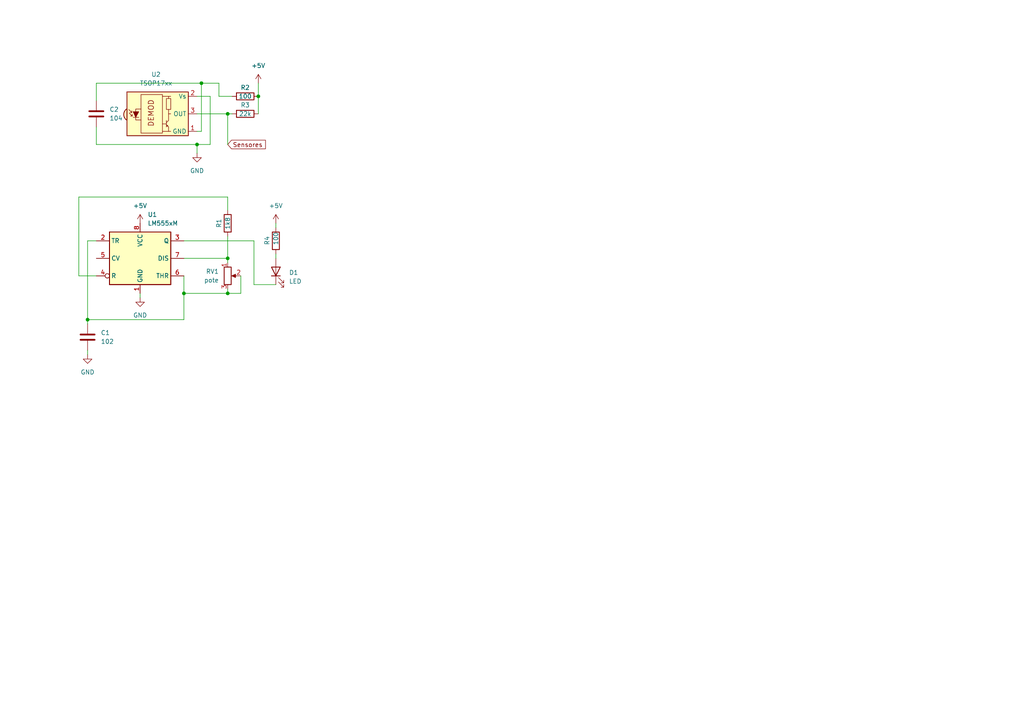
<source format=kicad_sch>
(kicad_sch (version 20230121) (generator eeschema)

  (uuid ad638324-bd5b-4798-95cc-15159297f34d)

  (paper "A4")

  (lib_symbols
    (symbol "Device:C" (pin_numbers hide) (pin_names (offset 0.254)) (in_bom yes) (on_board yes)
      (property "Reference" "C" (at 0.635 2.54 0)
        (effects (font (size 1.27 1.27)) (justify left))
      )
      (property "Value" "C" (at 0.635 -2.54 0)
        (effects (font (size 1.27 1.27)) (justify left))
      )
      (property "Footprint" "" (at 0.9652 -3.81 0)
        (effects (font (size 1.27 1.27)) hide)
      )
      (property "Datasheet" "~" (at 0 0 0)
        (effects (font (size 1.27 1.27)) hide)
      )
      (property "ki_keywords" "cap capacitor" (at 0 0 0)
        (effects (font (size 1.27 1.27)) hide)
      )
      (property "ki_description" "Unpolarized capacitor" (at 0 0 0)
        (effects (font (size 1.27 1.27)) hide)
      )
      (property "ki_fp_filters" "C_*" (at 0 0 0)
        (effects (font (size 1.27 1.27)) hide)
      )
      (symbol "C_0_1"
        (polyline
          (pts
            (xy -2.032 -0.762)
            (xy 2.032 -0.762)
          )
          (stroke (width 0.508) (type default))
          (fill (type none))
        )
        (polyline
          (pts
            (xy -2.032 0.762)
            (xy 2.032 0.762)
          )
          (stroke (width 0.508) (type default))
          (fill (type none))
        )
      )
      (symbol "C_1_1"
        (pin passive line (at 0 3.81 270) (length 2.794)
          (name "~" (effects (font (size 1.27 1.27))))
          (number "1" (effects (font (size 1.27 1.27))))
        )
        (pin passive line (at 0 -3.81 90) (length 2.794)
          (name "~" (effects (font (size 1.27 1.27))))
          (number "2" (effects (font (size 1.27 1.27))))
        )
      )
    )
    (symbol "Device:LED" (pin_numbers hide) (pin_names (offset 1.016) hide) (in_bom yes) (on_board yes)
      (property "Reference" "D" (at 0 2.54 0)
        (effects (font (size 1.27 1.27)))
      )
      (property "Value" "LED" (at 0 -2.54 0)
        (effects (font (size 1.27 1.27)))
      )
      (property "Footprint" "" (at 0 0 0)
        (effects (font (size 1.27 1.27)) hide)
      )
      (property "Datasheet" "~" (at 0 0 0)
        (effects (font (size 1.27 1.27)) hide)
      )
      (property "ki_keywords" "LED diode" (at 0 0 0)
        (effects (font (size 1.27 1.27)) hide)
      )
      (property "ki_description" "Light emitting diode" (at 0 0 0)
        (effects (font (size 1.27 1.27)) hide)
      )
      (property "ki_fp_filters" "LED* LED_SMD:* LED_THT:*" (at 0 0 0)
        (effects (font (size 1.27 1.27)) hide)
      )
      (symbol "LED_0_1"
        (polyline
          (pts
            (xy -1.27 -1.27)
            (xy -1.27 1.27)
          )
          (stroke (width 0.254) (type default))
          (fill (type none))
        )
        (polyline
          (pts
            (xy -1.27 0)
            (xy 1.27 0)
          )
          (stroke (width 0) (type default))
          (fill (type none))
        )
        (polyline
          (pts
            (xy 1.27 -1.27)
            (xy 1.27 1.27)
            (xy -1.27 0)
            (xy 1.27 -1.27)
          )
          (stroke (width 0.254) (type default))
          (fill (type none))
        )
        (polyline
          (pts
            (xy -3.048 -0.762)
            (xy -4.572 -2.286)
            (xy -3.81 -2.286)
            (xy -4.572 -2.286)
            (xy -4.572 -1.524)
          )
          (stroke (width 0) (type default))
          (fill (type none))
        )
        (polyline
          (pts
            (xy -1.778 -0.762)
            (xy -3.302 -2.286)
            (xy -2.54 -2.286)
            (xy -3.302 -2.286)
            (xy -3.302 -1.524)
          )
          (stroke (width 0) (type default))
          (fill (type none))
        )
      )
      (symbol "LED_1_1"
        (pin passive line (at -3.81 0 0) (length 2.54)
          (name "K" (effects (font (size 1.27 1.27))))
          (number "1" (effects (font (size 1.27 1.27))))
        )
        (pin passive line (at 3.81 0 180) (length 2.54)
          (name "A" (effects (font (size 1.27 1.27))))
          (number "2" (effects (font (size 1.27 1.27))))
        )
      )
    )
    (symbol "Device:R" (pin_numbers hide) (pin_names (offset 0)) (in_bom yes) (on_board yes)
      (property "Reference" "R" (at 2.032 0 90)
        (effects (font (size 1.27 1.27)))
      )
      (property "Value" "R" (at 0 0 90)
        (effects (font (size 1.27 1.27)))
      )
      (property "Footprint" "" (at -1.778 0 90)
        (effects (font (size 1.27 1.27)) hide)
      )
      (property "Datasheet" "~" (at 0 0 0)
        (effects (font (size 1.27 1.27)) hide)
      )
      (property "ki_keywords" "R res resistor" (at 0 0 0)
        (effects (font (size 1.27 1.27)) hide)
      )
      (property "ki_description" "Resistor" (at 0 0 0)
        (effects (font (size 1.27 1.27)) hide)
      )
      (property "ki_fp_filters" "R_*" (at 0 0 0)
        (effects (font (size 1.27 1.27)) hide)
      )
      (symbol "R_0_1"
        (rectangle (start -1.016 -2.54) (end 1.016 2.54)
          (stroke (width 0.254) (type default))
          (fill (type none))
        )
      )
      (symbol "R_1_1"
        (pin passive line (at 0 3.81 270) (length 1.27)
          (name "~" (effects (font (size 1.27 1.27))))
          (number "1" (effects (font (size 1.27 1.27))))
        )
        (pin passive line (at 0 -3.81 90) (length 1.27)
          (name "~" (effects (font (size 1.27 1.27))))
          (number "2" (effects (font (size 1.27 1.27))))
        )
      )
    )
    (symbol "Device:R_Potentiometer" (pin_names (offset 1.016) hide) (in_bom yes) (on_board yes)
      (property "Reference" "RV" (at -4.445 0 90)
        (effects (font (size 1.27 1.27)))
      )
      (property "Value" "R_Potentiometer" (at -2.54 0 90)
        (effects (font (size 1.27 1.27)))
      )
      (property "Footprint" "" (at 0 0 0)
        (effects (font (size 1.27 1.27)) hide)
      )
      (property "Datasheet" "~" (at 0 0 0)
        (effects (font (size 1.27 1.27)) hide)
      )
      (property "ki_keywords" "resistor variable" (at 0 0 0)
        (effects (font (size 1.27 1.27)) hide)
      )
      (property "ki_description" "Potentiometer" (at 0 0 0)
        (effects (font (size 1.27 1.27)) hide)
      )
      (property "ki_fp_filters" "Potentiometer*" (at 0 0 0)
        (effects (font (size 1.27 1.27)) hide)
      )
      (symbol "R_Potentiometer_0_1"
        (polyline
          (pts
            (xy 2.54 0)
            (xy 1.524 0)
          )
          (stroke (width 0) (type default))
          (fill (type none))
        )
        (polyline
          (pts
            (xy 1.143 0)
            (xy 2.286 0.508)
            (xy 2.286 -0.508)
            (xy 1.143 0)
          )
          (stroke (width 0) (type default))
          (fill (type outline))
        )
        (rectangle (start 1.016 2.54) (end -1.016 -2.54)
          (stroke (width 0.254) (type default))
          (fill (type none))
        )
      )
      (symbol "R_Potentiometer_1_1"
        (pin passive line (at 0 3.81 270) (length 1.27)
          (name "1" (effects (font (size 1.27 1.27))))
          (number "1" (effects (font (size 1.27 1.27))))
        )
        (pin passive line (at 3.81 0 180) (length 1.27)
          (name "2" (effects (font (size 1.27 1.27))))
          (number "2" (effects (font (size 1.27 1.27))))
        )
        (pin passive line (at 0 -3.81 90) (length 1.27)
          (name "3" (effects (font (size 1.27 1.27))))
          (number "3" (effects (font (size 1.27 1.27))))
        )
      )
    )
    (symbol "Interface_Optical:TSOP17xx" (in_bom yes) (on_board yes)
      (property "Reference" "U" (at -10.16 7.62 0)
        (effects (font (size 1.27 1.27)) (justify left))
      )
      (property "Value" "TSOP17xx" (at -10.16 -7.62 0)
        (effects (font (size 1.27 1.27)) (justify left))
      )
      (property "Footprint" "OptoDevice:Vishay_CAST-3Pin" (at -1.27 -9.525 0)
        (effects (font (size 1.27 1.27)) hide)
      )
      (property "Datasheet" "http://www.micropik.com/PDF/tsop17xx.pdf" (at 16.51 7.62 0)
        (effects (font (size 1.27 1.27)) hide)
      )
      (property "ki_keywords" "opto IR receiver" (at 0 0 0)
        (effects (font (size 1.27 1.27)) hide)
      )
      (property "ki_description" "Photo Modules for PCM Remote Control Systems" (at 0 0 0)
        (effects (font (size 1.27 1.27)) hide)
      )
      (property "ki_fp_filters" "Vishay*CAST*" (at 0 0 0)
        (effects (font (size 1.27 1.27)) hide)
      )
      (symbol "TSOP17xx_0_0"
        (arc (start -10.287 1.397) (mid -11.0899 -0.1852) (end -10.287 -1.778)
          (stroke (width 0.254) (type default))
          (fill (type background))
        )
        (polyline
          (pts
            (xy 1.905 -5.08)
            (xy 0.127 -5.08)
          )
          (stroke (width 0) (type default))
          (fill (type none))
        )
        (polyline
          (pts
            (xy 1.905 5.08)
            (xy 0.127 5.08)
          )
          (stroke (width 0) (type default))
          (fill (type none))
        )
        (text "DEMOD" (at -3.175 0.254 900)
          (effects (font (size 1.524 1.524)))
        )
      )
      (symbol "TSOP17xx_0_1"
        (rectangle (start -6.096 5.588) (end 0.127 -5.588)
          (stroke (width 0) (type default))
          (fill (type none))
        )
        (polyline
          (pts
            (xy -8.763 0.381)
            (xy -9.652 1.27)
          )
          (stroke (width 0) (type default))
          (fill (type none))
        )
        (polyline
          (pts
            (xy -8.763 0.381)
            (xy -9.271 0.381)
          )
          (stroke (width 0) (type default))
          (fill (type none))
        )
        (polyline
          (pts
            (xy -8.763 0.381)
            (xy -8.763 0.889)
          )
          (stroke (width 0) (type default))
          (fill (type none))
        )
        (polyline
          (pts
            (xy -8.636 -0.635)
            (xy -9.525 0.254)
          )
          (stroke (width 0) (type default))
          (fill (type none))
        )
        (polyline
          (pts
            (xy -8.636 -0.635)
            (xy -9.144 -0.635)
          )
          (stroke (width 0) (type default))
          (fill (type none))
        )
        (polyline
          (pts
            (xy -8.636 -0.635)
            (xy -8.636 -0.127)
          )
          (stroke (width 0) (type default))
          (fill (type none))
        )
        (polyline
          (pts
            (xy -8.382 -1.016)
            (xy -6.731 -1.016)
          )
          (stroke (width 0) (type default))
          (fill (type none))
        )
        (polyline
          (pts
            (xy 1.27 -2.921)
            (xy 0.127 -2.921)
          )
          (stroke (width 0) (type default))
          (fill (type none))
        )
        (polyline
          (pts
            (xy 1.27 -1.905)
            (xy 1.27 -3.81)
          )
          (stroke (width 0) (type default))
          (fill (type none))
        )
        (polyline
          (pts
            (xy 1.397 -3.556)
            (xy 1.524 -3.556)
          )
          (stroke (width 0) (type default))
          (fill (type none))
        )
        (polyline
          (pts
            (xy 1.651 -3.556)
            (xy 1.524 -3.556)
          )
          (stroke (width 0) (type default))
          (fill (type none))
        )
        (polyline
          (pts
            (xy 1.651 -3.556)
            (xy 1.651 -3.302)
          )
          (stroke (width 0) (type default))
          (fill (type none))
        )
        (polyline
          (pts
            (xy 1.905 0)
            (xy 1.905 1.27)
          )
          (stroke (width 0) (type default))
          (fill (type none))
        )
        (polyline
          (pts
            (xy 1.905 4.445)
            (xy 1.905 5.08)
            (xy 2.54 5.08)
          )
          (stroke (width 0) (type default))
          (fill (type none))
        )
        (polyline
          (pts
            (xy -8.382 0.635)
            (xy -6.731 0.635)
            (xy -7.62 -1.016)
            (xy -8.382 0.635)
          )
          (stroke (width 0) (type default))
          (fill (type outline))
        )
        (polyline
          (pts
            (xy -6.096 1.397)
            (xy -7.62 1.397)
            (xy -7.62 -1.778)
            (xy -6.096 -1.778)
          )
          (stroke (width 0) (type default))
          (fill (type none))
        )
        (polyline
          (pts
            (xy 1.27 -3.175)
            (xy 1.905 -3.81)
            (xy 1.905 -5.08)
            (xy 2.54 -5.08)
          )
          (stroke (width 0) (type default))
          (fill (type none))
        )
        (polyline
          (pts
            (xy 1.27 -2.54)
            (xy 1.905 -1.905)
            (xy 1.905 0)
            (xy 2.54 0)
          )
          (stroke (width 0) (type default))
          (fill (type none))
        )
        (rectangle (start 2.54 1.27) (end 1.27 4.445)
          (stroke (width 0) (type default))
          (fill (type none))
        )
        (rectangle (start 7.62 6.35) (end -10.16 -6.35)
          (stroke (width 0.254) (type default))
          (fill (type background))
        )
      )
      (symbol "TSOP17xx_1_1"
        (pin power_in line (at 10.16 -5.08 180) (length 2.54)
          (name "GND" (effects (font (size 1.27 1.27))))
          (number "1" (effects (font (size 1.27 1.27))))
        )
        (pin power_in line (at 10.16 5.08 180) (length 2.54)
          (name "Vs" (effects (font (size 1.27 1.27))))
          (number "2" (effects (font (size 1.27 1.27))))
        )
        (pin output line (at 10.16 0 180) (length 2.54)
          (name "OUT" (effects (font (size 1.27 1.27))))
          (number "3" (effects (font (size 1.27 1.27))))
        )
      )
    )
    (symbol "Timer:LM555xM" (in_bom yes) (on_board yes)
      (property "Reference" "U" (at -10.16 8.89 0)
        (effects (font (size 1.27 1.27)) (justify left))
      )
      (property "Value" "LM555xM" (at 2.54 8.89 0)
        (effects (font (size 1.27 1.27)) (justify left))
      )
      (property "Footprint" "Package_SO:SOIC-8_3.9x4.9mm_P1.27mm" (at 21.59 -10.16 0)
        (effects (font (size 1.27 1.27)) hide)
      )
      (property "Datasheet" "http://www.ti.com/lit/ds/symlink/lm555.pdf" (at 21.59 -10.16 0)
        (effects (font (size 1.27 1.27)) hide)
      )
      (property "ki_keywords" "single timer 555" (at 0 0 0)
        (effects (font (size 1.27 1.27)) hide)
      )
      (property "ki_description" "Timer, 555 compatible, SOIC-8" (at 0 0 0)
        (effects (font (size 1.27 1.27)) hide)
      )
      (property "ki_fp_filters" "SOIC*3.9x4.9mm*P1.27mm*" (at 0 0 0)
        (effects (font (size 1.27 1.27)) hide)
      )
      (symbol "LM555xM_0_0"
        (pin power_in line (at 0 -10.16 90) (length 2.54)
          (name "GND" (effects (font (size 1.27 1.27))))
          (number "1" (effects (font (size 1.27 1.27))))
        )
        (pin power_in line (at 0 10.16 270) (length 2.54)
          (name "VCC" (effects (font (size 1.27 1.27))))
          (number "8" (effects (font (size 1.27 1.27))))
        )
      )
      (symbol "LM555xM_0_1"
        (rectangle (start -8.89 -7.62) (end 8.89 7.62)
          (stroke (width 0.254) (type default))
          (fill (type background))
        )
        (rectangle (start -8.89 -7.62) (end 8.89 7.62)
          (stroke (width 0.254) (type default))
          (fill (type background))
        )
      )
      (symbol "LM555xM_1_1"
        (pin input line (at -12.7 5.08 0) (length 3.81)
          (name "TR" (effects (font (size 1.27 1.27))))
          (number "2" (effects (font (size 1.27 1.27))))
        )
        (pin output line (at 12.7 5.08 180) (length 3.81)
          (name "Q" (effects (font (size 1.27 1.27))))
          (number "3" (effects (font (size 1.27 1.27))))
        )
        (pin input inverted (at -12.7 -5.08 0) (length 3.81)
          (name "R" (effects (font (size 1.27 1.27))))
          (number "4" (effects (font (size 1.27 1.27))))
        )
        (pin input line (at -12.7 0 0) (length 3.81)
          (name "CV" (effects (font (size 1.27 1.27))))
          (number "5" (effects (font (size 1.27 1.27))))
        )
        (pin input line (at 12.7 -5.08 180) (length 3.81)
          (name "THR" (effects (font (size 1.27 1.27))))
          (number "6" (effects (font (size 1.27 1.27))))
        )
        (pin input line (at 12.7 0 180) (length 3.81)
          (name "DIS" (effects (font (size 1.27 1.27))))
          (number "7" (effects (font (size 1.27 1.27))))
        )
      )
    )
    (symbol "power:+5V" (power) (pin_names (offset 0)) (in_bom yes) (on_board yes)
      (property "Reference" "#PWR" (at 0 -3.81 0)
        (effects (font (size 1.27 1.27)) hide)
      )
      (property "Value" "+5V" (at 0 3.556 0)
        (effects (font (size 1.27 1.27)))
      )
      (property "Footprint" "" (at 0 0 0)
        (effects (font (size 1.27 1.27)) hide)
      )
      (property "Datasheet" "" (at 0 0 0)
        (effects (font (size 1.27 1.27)) hide)
      )
      (property "ki_keywords" "global power" (at 0 0 0)
        (effects (font (size 1.27 1.27)) hide)
      )
      (property "ki_description" "Power symbol creates a global label with name \"+5V\"" (at 0 0 0)
        (effects (font (size 1.27 1.27)) hide)
      )
      (symbol "+5V_0_1"
        (polyline
          (pts
            (xy -0.762 1.27)
            (xy 0 2.54)
          )
          (stroke (width 0) (type default))
          (fill (type none))
        )
        (polyline
          (pts
            (xy 0 0)
            (xy 0 2.54)
          )
          (stroke (width 0) (type default))
          (fill (type none))
        )
        (polyline
          (pts
            (xy 0 2.54)
            (xy 0.762 1.27)
          )
          (stroke (width 0) (type default))
          (fill (type none))
        )
      )
      (symbol "+5V_1_1"
        (pin power_in line (at 0 0 90) (length 0) hide
          (name "+5V" (effects (font (size 1.27 1.27))))
          (number "1" (effects (font (size 1.27 1.27))))
        )
      )
    )
    (symbol "power:GND" (power) (pin_names (offset 0)) (in_bom yes) (on_board yes)
      (property "Reference" "#PWR" (at 0 -6.35 0)
        (effects (font (size 1.27 1.27)) hide)
      )
      (property "Value" "GND" (at 0 -3.81 0)
        (effects (font (size 1.27 1.27)))
      )
      (property "Footprint" "" (at 0 0 0)
        (effects (font (size 1.27 1.27)) hide)
      )
      (property "Datasheet" "" (at 0 0 0)
        (effects (font (size 1.27 1.27)) hide)
      )
      (property "ki_keywords" "global power" (at 0 0 0)
        (effects (font (size 1.27 1.27)) hide)
      )
      (property "ki_description" "Power symbol creates a global label with name \"GND\" , ground" (at 0 0 0)
        (effects (font (size 1.27 1.27)) hide)
      )
      (symbol "GND_0_1"
        (polyline
          (pts
            (xy 0 0)
            (xy 0 -1.27)
            (xy 1.27 -1.27)
            (xy 0 -2.54)
            (xy -1.27 -1.27)
            (xy 0 -1.27)
          )
          (stroke (width 0) (type default))
          (fill (type none))
        )
      )
      (symbol "GND_1_1"
        (pin power_in line (at 0 0 270) (length 0) hide
          (name "GND" (effects (font (size 1.27 1.27))))
          (number "1" (effects (font (size 1.27 1.27))))
        )
      )
    )
  )

  (junction (at 25.4 92.71) (diameter 0) (color 0 0 0 0)
    (uuid 2dae9a95-c84f-4285-a0b3-7d6dc5ba33b7)
  )
  (junction (at 74.93 27.94) (diameter 0) (color 0 0 0 0)
    (uuid 378481d1-bd62-4c61-9d65-427afb543e74)
  )
  (junction (at 66.04 74.93) (diameter 0) (color 0 0 0 0)
    (uuid 3aa06b37-5c11-4691-b5bb-eb41ee1c3894)
  )
  (junction (at 66.04 33.02) (diameter 0) (color 0 0 0 0)
    (uuid 3cd5407d-68c8-4e83-b659-466a1e5a0bfc)
  )
  (junction (at 66.04 85.09) (diameter 0) (color 0 0 0 0)
    (uuid 90b27dcf-34ea-48d6-8f3e-a6220a9e2381)
  )
  (junction (at 53.34 85.09) (diameter 0) (color 0 0 0 0)
    (uuid 9790ca28-2250-44d5-82bc-68e13dbb62f0)
  )
  (junction (at 58.42 24.13) (diameter 0) (color 0 0 0 0)
    (uuid aba5e1c3-af49-41a8-b70a-71b4e9ca762f)
  )
  (junction (at 57.15 41.91) (diameter 0) (color 0 0 0 0)
    (uuid ce9446ba-15fa-4679-80ad-be53ab633b50)
  )

  (wire (pts (xy 53.34 80.01) (xy 53.34 85.09))
    (stroke (width 0) (type default))
    (uuid 0740969a-2dd6-4759-8188-4faab526b04b)
  )
  (wire (pts (xy 25.4 92.71) (xy 25.4 93.98))
    (stroke (width 0) (type default))
    (uuid 16828421-a6bc-47b2-b082-64fe467527a3)
  )
  (wire (pts (xy 53.34 85.09) (xy 66.04 85.09))
    (stroke (width 0) (type default))
    (uuid 16c7e951-42c7-4f1f-83ec-57430c11c946)
  )
  (wire (pts (xy 66.04 33.02) (xy 67.31 33.02))
    (stroke (width 0) (type default))
    (uuid 19346237-7670-45d8-bc08-c5681cac051f)
  )
  (wire (pts (xy 22.86 80.01) (xy 22.86 57.15))
    (stroke (width 0) (type default))
    (uuid 1dcc9162-2477-4675-be1d-6755106fa963)
  )
  (wire (pts (xy 66.04 57.15) (xy 66.04 60.96))
    (stroke (width 0) (type default))
    (uuid 1f538bd5-7ef8-4e69-aa96-ee04f1cf2c86)
  )
  (wire (pts (xy 53.34 74.93) (xy 66.04 74.93))
    (stroke (width 0) (type default))
    (uuid 2b8297af-a222-40fb-812b-3b98d847946d)
  )
  (wire (pts (xy 27.94 80.01) (xy 22.86 80.01))
    (stroke (width 0) (type default))
    (uuid 2dec8389-c00f-41ea-80f6-08df6763dcd4)
  )
  (wire (pts (xy 80.01 74.93) (xy 80.01 73.66))
    (stroke (width 0) (type default))
    (uuid 382e42c7-76e7-48ca-8893-fd8ebc77db1d)
  )
  (wire (pts (xy 27.94 41.91) (xy 27.94 36.83))
    (stroke (width 0) (type default))
    (uuid 5205cef0-88b9-45d1-85a5-11124c049db4)
  )
  (wire (pts (xy 60.96 27.94) (xy 60.96 41.91))
    (stroke (width 0) (type default))
    (uuid 5625aa0a-93cb-4118-b888-90ee5e9a0b0f)
  )
  (wire (pts (xy 63.5 24.13) (xy 63.5 27.94))
    (stroke (width 0) (type default))
    (uuid 56b5fdfd-f453-47e4-b09c-ef143688341d)
  )
  (wire (pts (xy 63.5 24.13) (xy 58.42 24.13))
    (stroke (width 0) (type default))
    (uuid 5acccac7-6390-40c0-a3af-56166c602d10)
  )
  (wire (pts (xy 69.85 85.09) (xy 69.85 80.01))
    (stroke (width 0) (type default))
    (uuid 692a85d0-6df1-4673-aac3-2ec0514b99b3)
  )
  (wire (pts (xy 66.04 41.91) (xy 66.04 33.02))
    (stroke (width 0) (type default))
    (uuid 6afde0dd-82b4-4b6c-a6e7-bd28fca7449c)
  )
  (wire (pts (xy 66.04 85.09) (xy 69.85 85.09))
    (stroke (width 0) (type default))
    (uuid 6de548b3-3153-45fe-b0f1-41e4dead89dc)
  )
  (wire (pts (xy 25.4 69.85) (xy 25.4 92.71))
    (stroke (width 0) (type default))
    (uuid 6f1fb2f4-d2e7-4ea7-8c59-e11559cca543)
  )
  (wire (pts (xy 73.66 82.55) (xy 80.01 82.55))
    (stroke (width 0) (type default))
    (uuid 6f84fc82-eed2-4b6b-b9c8-7738cf220f7e)
  )
  (wire (pts (xy 74.93 24.13) (xy 74.93 27.94))
    (stroke (width 0) (type default))
    (uuid 76c04a9c-226f-4792-83fe-40def4c715f3)
  )
  (wire (pts (xy 57.15 33.02) (xy 66.04 33.02))
    (stroke (width 0) (type default))
    (uuid 77b72980-907a-420b-92db-7c11a74613ba)
  )
  (wire (pts (xy 53.34 69.85) (xy 73.66 69.85))
    (stroke (width 0) (type default))
    (uuid 782972c3-a77c-44ba-ae55-262a6b424cbc)
  )
  (wire (pts (xy 73.66 69.85) (xy 73.66 82.55))
    (stroke (width 0) (type default))
    (uuid 7a8db708-6057-42a4-9680-84328616d99a)
  )
  (wire (pts (xy 58.42 24.13) (xy 27.94 24.13))
    (stroke (width 0) (type default))
    (uuid 824389f0-39ec-40a1-912d-d1014a0d2e79)
  )
  (wire (pts (xy 40.64 86.36) (xy 40.64 85.09))
    (stroke (width 0) (type default))
    (uuid 8d4aeed1-fc36-471d-bab7-072f3140dda0)
  )
  (wire (pts (xy 25.4 92.71) (xy 53.34 92.71))
    (stroke (width 0) (type default))
    (uuid 8d8d5feb-5d15-4942-baee-4917757a4aba)
  )
  (wire (pts (xy 66.04 83.82) (xy 66.04 85.09))
    (stroke (width 0) (type default))
    (uuid a3f72d56-998b-463e-a5d3-78b3f56dd6c8)
  )
  (wire (pts (xy 53.34 85.09) (xy 53.34 92.71))
    (stroke (width 0) (type default))
    (uuid a6c95e41-5bda-4e13-a1c6-41b23cf34eab)
  )
  (wire (pts (xy 25.4 102.87) (xy 25.4 101.6))
    (stroke (width 0) (type default))
    (uuid ada9ea0e-48f4-4d0a-8663-a503b73a587e)
  )
  (wire (pts (xy 57.15 38.1) (xy 58.42 38.1))
    (stroke (width 0) (type default))
    (uuid ae6592da-03e8-4db4-9bd2-88670094b020)
  )
  (wire (pts (xy 25.4 69.85) (xy 27.94 69.85))
    (stroke (width 0) (type default))
    (uuid bbac0f15-d5bf-4355-af39-1143e8968cf6)
  )
  (wire (pts (xy 80.01 66.04) (xy 80.01 64.77))
    (stroke (width 0) (type default))
    (uuid bcfa7be2-7b58-4c7d-8034-0ebeca8cf511)
  )
  (wire (pts (xy 57.15 41.91) (xy 27.94 41.91))
    (stroke (width 0) (type default))
    (uuid c1e261fb-5dec-4434-8948-b9e0c442ca70)
  )
  (wire (pts (xy 74.93 27.94) (xy 74.93 33.02))
    (stroke (width 0) (type default))
    (uuid c4fd704f-9ae3-4297-8164-384f213d8b77)
  )
  (wire (pts (xy 63.5 27.94) (xy 67.31 27.94))
    (stroke (width 0) (type default))
    (uuid c820f3c0-740f-4f71-9121-74d5c2918229)
  )
  (wire (pts (xy 66.04 68.58) (xy 66.04 74.93))
    (stroke (width 0) (type default))
    (uuid d07dea33-d662-4bbc-8dc6-c6c82704067c)
  )
  (wire (pts (xy 27.94 24.13) (xy 27.94 29.21))
    (stroke (width 0) (type default))
    (uuid d2831eb7-0ffb-4041-8f1f-a0b98a904ea9)
  )
  (wire (pts (xy 57.15 27.94) (xy 60.96 27.94))
    (stroke (width 0) (type default))
    (uuid d802cfb5-bff3-421b-8b4c-4cada3660c76)
  )
  (wire (pts (xy 58.42 24.13) (xy 58.42 38.1))
    (stroke (width 0) (type default))
    (uuid e52dcfd1-1748-4e9a-bc14-5b31d57580fe)
  )
  (wire (pts (xy 57.15 44.45) (xy 57.15 41.91))
    (stroke (width 0) (type default))
    (uuid ea56ed17-d097-4e6b-86fe-cb07b881917a)
  )
  (wire (pts (xy 66.04 76.2) (xy 66.04 74.93))
    (stroke (width 0) (type default))
    (uuid f6b941ea-841d-46f6-8905-996d6429f96d)
  )
  (wire (pts (xy 60.96 41.91) (xy 57.15 41.91))
    (stroke (width 0) (type default))
    (uuid f9a1ec52-b6ab-4645-bd2b-a8b39956195b)
  )
  (wire (pts (xy 22.86 57.15) (xy 66.04 57.15))
    (stroke (width 0) (type default))
    (uuid fa07f356-8993-4d1d-8c2c-aead672f85be)
  )

  (global_label "Sensores" (shape input) (at 66.04 41.91 0) (fields_autoplaced)
    (effects (font (size 1.27 1.27)) (justify left))
    (uuid 814c4cee-f283-41b7-a060-42dd491cc2a1)
    (property "Intersheetrefs" "${INTERSHEET_REFS}" (at 77.5523 41.91 0)
      (effects (font (size 1.27 1.27)) (justify left) hide)
    )
  )

  (symbol (lib_id "Device:C") (at 27.94 33.02 0) (unit 1)
    (in_bom yes) (on_board yes) (dnp no) (fields_autoplaced)
    (uuid 35d672ea-080f-478b-b8e4-09c0d0bae7f7)
    (property "Reference" "C2" (at 31.75 31.75 0)
      (effects (font (size 1.27 1.27)) (justify left))
    )
    (property "Value" "104" (at 31.75 34.29 0)
      (effects (font (size 1.27 1.27)) (justify left))
    )
    (property "Footprint" "Capacitor_THT:C_Disc_D4.3mm_W1.9mm_P5.00mm" (at 28.9052 36.83 0)
      (effects (font (size 1.27 1.27)) hide)
    )
    (property "Datasheet" "~" (at 27.94 33.02 0)
      (effects (font (size 1.27 1.27)) hide)
    )
    (pin "1" (uuid ba0fcc2f-d6f9-4082-b64a-b7a80aa4aaef))
    (pin "2" (uuid 61e8a32a-4b55-4898-99aa-14083d247723))
    (instances
      (project "555"
        (path "/ad638324-bd5b-4798-95cc-15159297f34d"
          (reference "C2") (unit 1)
        )
      )
    )
  )

  (symbol (lib_id "Device:R") (at 71.12 27.94 90) (unit 1)
    (in_bom yes) (on_board yes) (dnp no)
    (uuid 3aec3355-8493-4451-9f8b-dc5f08a8bd93)
    (property "Reference" "R2" (at 71.12 25.4 90)
      (effects (font (size 1.27 1.27)))
    )
    (property "Value" "100" (at 71.12 27.94 90)
      (effects (font (size 1.27 1.27)))
    )
    (property "Footprint" "Resistor_THT:R_Axial_DIN0204_L3.6mm_D1.6mm_P5.08mm_Horizontal" (at 71.12 29.718 90)
      (effects (font (size 1.27 1.27)) hide)
    )
    (property "Datasheet" "~" (at 71.12 27.94 0)
      (effects (font (size 1.27 1.27)) hide)
    )
    (pin "1" (uuid 54389e81-8cc6-447a-809c-eaa18ec7511c))
    (pin "2" (uuid d175c5ad-1b74-45f6-b985-4d5add550a08))
    (instances
      (project "555"
        (path "/ad638324-bd5b-4798-95cc-15159297f34d"
          (reference "R2") (unit 1)
        )
      )
    )
  )

  (symbol (lib_id "Device:R") (at 66.04 64.77 180) (unit 1)
    (in_bom yes) (on_board yes) (dnp no)
    (uuid 43d1b9c4-5452-4410-8b7f-3e80b1f6f8e1)
    (property "Reference" "R1" (at 63.5 64.77 90)
      (effects (font (size 1.27 1.27)))
    )
    (property "Value" "1k8" (at 66.04 64.77 90)
      (effects (font (size 1.27 1.27)))
    )
    (property "Footprint" "Resistor_THT:R_Axial_DIN0204_L3.6mm_D1.6mm_P5.08mm_Horizontal" (at 67.818 64.77 90)
      (effects (font (size 1.27 1.27)) hide)
    )
    (property "Datasheet" "~" (at 66.04 64.77 0)
      (effects (font (size 1.27 1.27)) hide)
    )
    (pin "1" (uuid fa3a2069-f9f5-443e-aa05-69c34945184c))
    (pin "2" (uuid 48b0120b-e5c7-4c2c-b1ad-84ac835e70d8))
    (instances
      (project "555"
        (path "/ad638324-bd5b-4798-95cc-15159297f34d"
          (reference "R1") (unit 1)
        )
      )
    )
  )

  (symbol (lib_id "Interface_Optical:TSOP17xx") (at 46.99 33.02 0) (unit 1)
    (in_bom yes) (on_board yes) (dnp no) (fields_autoplaced)
    (uuid 58a0477a-d602-4032-b450-07712436cd1e)
    (property "Reference" "U2" (at 45.255 21.59 0)
      (effects (font (size 1.27 1.27)))
    )
    (property "Value" "TSOP17xx" (at 45.255 24.13 0)
      (effects (font (size 1.27 1.27)))
    )
    (property "Footprint" "Package_TO_SOT_THT:TO-92S_Wide" (at 45.72 42.545 0)
      (effects (font (size 1.27 1.27)) hide)
    )
    (property "Datasheet" "http://www.micropik.com/PDF/tsop17xx.pdf" (at 63.5 25.4 0)
      (effects (font (size 1.27 1.27)) hide)
    )
    (pin "1" (uuid 351a8836-e01d-405d-94b8-a5e3ce8ad709))
    (pin "2" (uuid 9cbbe1d7-b9fd-4416-833e-da59224ac8eb))
    (pin "3" (uuid 1da2bdff-6ce0-47de-8b5c-3add96498434))
    (instances
      (project "555"
        (path "/ad638324-bd5b-4798-95cc-15159297f34d"
          (reference "U2") (unit 1)
        )
      )
    )
  )

  (symbol (lib_id "Timer:LM555xM") (at 40.64 74.93 0) (unit 1)
    (in_bom yes) (on_board yes) (dnp no) (fields_autoplaced)
    (uuid 846030bb-a7df-48dd-9564-8c86bb25fec5)
    (property "Reference" "U1" (at 42.8341 62.23 0)
      (effects (font (size 1.27 1.27)) (justify left))
    )
    (property "Value" "LM555xM" (at 42.8341 64.77 0)
      (effects (font (size 1.27 1.27)) (justify left))
    )
    (property "Footprint" "Package_DIP:DIP-8_W7.62mm" (at 62.23 85.09 0)
      (effects (font (size 1.27 1.27)) hide)
    )
    (property "Datasheet" "http://www.ti.com/lit/ds/symlink/lm555.pdf" (at 62.23 85.09 0)
      (effects (font (size 1.27 1.27)) hide)
    )
    (pin "1" (uuid 1b19ddf9-1098-4bf0-a43e-307eb2924817))
    (pin "8" (uuid 493682a5-eae6-4b8a-a2dd-6feaad7cd503))
    (pin "2" (uuid fc78d367-94f2-4a12-b693-b5f4684691e0))
    (pin "3" (uuid 762d9c25-f4ba-40b0-b7d0-e204fa927f80))
    (pin "4" (uuid 41f7720d-d273-4bb4-aa3b-e259ec2f062a))
    (pin "5" (uuid 6219534f-2da0-4f1a-9337-17bc1b1c5c3c))
    (pin "6" (uuid 7884b702-6829-4f2a-9f6f-dd8e8ba48e80))
    (pin "7" (uuid 55a89c35-88a0-487b-8b00-1387f08dfba3))
    (instances
      (project "555"
        (path "/ad638324-bd5b-4798-95cc-15159297f34d"
          (reference "U1") (unit 1)
        )
      )
    )
  )

  (symbol (lib_id "Device:LED") (at 80.01 78.74 90) (unit 1)
    (in_bom yes) (on_board yes) (dnp no) (fields_autoplaced)
    (uuid 8d404f54-9f74-44c4-a727-bf3cbba59b6f)
    (property "Reference" "D1" (at 83.82 79.0575 90)
      (effects (font (size 1.27 1.27)) (justify right))
    )
    (property "Value" "LED" (at 83.82 81.5975 90)
      (effects (font (size 1.27 1.27)) (justify right))
    )
    (property "Footprint" "LED_THT:LED_D5.0mm_Horizontal_O1.27mm_Z3.0mm" (at 80.01 78.74 0)
      (effects (font (size 1.27 1.27)) hide)
    )
    (property "Datasheet" "~" (at 80.01 78.74 0)
      (effects (font (size 1.27 1.27)) hide)
    )
    (pin "1" (uuid ec8df47c-c08f-43ac-9528-02c0b8d5e9a3))
    (pin "2" (uuid 3ec5aceb-d9ea-49f2-939d-bdb49b6b669c))
    (instances
      (project "555"
        (path "/ad638324-bd5b-4798-95cc-15159297f34d"
          (reference "D1") (unit 1)
        )
      )
    )
  )

  (symbol (lib_id "Device:R") (at 80.01 69.85 0) (unit 1)
    (in_bom yes) (on_board yes) (dnp no)
    (uuid 8dad3143-d83d-4d71-93a8-29c490125a62)
    (property "Reference" "R4" (at 77.47 71.12 90)
      (effects (font (size 1.27 1.27)) (justify left))
    )
    (property "Value" "100" (at 80.01 71.12 90)
      (effects (font (size 1.27 1.27)) (justify left))
    )
    (property "Footprint" "Resistor_THT:R_Axial_DIN0204_L3.6mm_D1.6mm_P5.08mm_Horizontal" (at 78.232 69.85 90)
      (effects (font (size 1.27 1.27)) hide)
    )
    (property "Datasheet" "~" (at 80.01 69.85 0)
      (effects (font (size 1.27 1.27)) hide)
    )
    (pin "1" (uuid dfac11c3-3598-4173-8f3d-af00d4a0ec21))
    (pin "2" (uuid 5406e0c6-4ab5-4f61-8a26-f7bc652a7720))
    (instances
      (project "555"
        (path "/ad638324-bd5b-4798-95cc-15159297f34d"
          (reference "R4") (unit 1)
        )
      )
    )
  )

  (symbol (lib_id "Device:R") (at 71.12 33.02 90) (unit 1)
    (in_bom yes) (on_board yes) (dnp no)
    (uuid 8e84d6fa-abce-4d9c-b18a-2624bf652a1a)
    (property "Reference" "R3" (at 71.12 30.48 90)
      (effects (font (size 1.27 1.27)))
    )
    (property "Value" "22k" (at 71.12 33.02 90)
      (effects (font (size 1.27 1.27)))
    )
    (property "Footprint" "Resistor_THT:R_Axial_DIN0204_L3.6mm_D1.6mm_P5.08mm_Horizontal" (at 71.12 34.798 90)
      (effects (font (size 1.27 1.27)) hide)
    )
    (property "Datasheet" "~" (at 71.12 33.02 0)
      (effects (font (size 1.27 1.27)) hide)
    )
    (pin "1" (uuid 2b2fd43f-5936-4045-abcc-2128ddb82581))
    (pin "2" (uuid 0928a743-2ea1-4f38-ba9e-2dddc8ffa294))
    (instances
      (project "555"
        (path "/ad638324-bd5b-4798-95cc-15159297f34d"
          (reference "R3") (unit 1)
        )
      )
    )
  )

  (symbol (lib_id "power:GND") (at 40.64 86.36 0) (unit 1)
    (in_bom yes) (on_board yes) (dnp no) (fields_autoplaced)
    (uuid b22cb99e-8761-436a-889e-1f77298dd209)
    (property "Reference" "#PWR03" (at 40.64 92.71 0)
      (effects (font (size 1.27 1.27)) hide)
    )
    (property "Value" "GND" (at 40.64 91.44 0)
      (effects (font (size 1.27 1.27)))
    )
    (property "Footprint" "" (at 40.64 86.36 0)
      (effects (font (size 1.27 1.27)) hide)
    )
    (property "Datasheet" "" (at 40.64 86.36 0)
      (effects (font (size 1.27 1.27)) hide)
    )
    (pin "1" (uuid e28c0644-078f-437c-a304-921a7f8bdb41))
    (instances
      (project "555"
        (path "/ad638324-bd5b-4798-95cc-15159297f34d"
          (reference "#PWR03") (unit 1)
        )
      )
    )
  )

  (symbol (lib_id "power:+5V") (at 74.93 24.13 0) (unit 1)
    (in_bom yes) (on_board yes) (dnp no) (fields_autoplaced)
    (uuid b71b62ec-d163-4472-978a-b32239267f88)
    (property "Reference" "#PWR05" (at 74.93 27.94 0)
      (effects (font (size 1.27 1.27)) hide)
    )
    (property "Value" "+5V" (at 74.93 19.05 0)
      (effects (font (size 1.27 1.27)))
    )
    (property "Footprint" "" (at 74.93 24.13 0)
      (effects (font (size 1.27 1.27)) hide)
    )
    (property "Datasheet" "" (at 74.93 24.13 0)
      (effects (font (size 1.27 1.27)) hide)
    )
    (pin "1" (uuid 6150b4f0-3501-47dc-9d84-717aca6a79e9))
    (instances
      (project "555"
        (path "/ad638324-bd5b-4798-95cc-15159297f34d"
          (reference "#PWR05") (unit 1)
        )
      )
    )
  )

  (symbol (lib_id "power:GND") (at 25.4 102.87 0) (unit 1)
    (in_bom yes) (on_board yes) (dnp no) (fields_autoplaced)
    (uuid c5d2ebe6-98bc-4fa4-90b0-97b780645308)
    (property "Reference" "#PWR01" (at 25.4 109.22 0)
      (effects (font (size 1.27 1.27)) hide)
    )
    (property "Value" "GND" (at 25.4 107.95 0)
      (effects (font (size 1.27 1.27)))
    )
    (property "Footprint" "" (at 25.4 102.87 0)
      (effects (font (size 1.27 1.27)) hide)
    )
    (property "Datasheet" "" (at 25.4 102.87 0)
      (effects (font (size 1.27 1.27)) hide)
    )
    (pin "1" (uuid fb7dc121-9d4f-44bb-9e03-5e235e269720))
    (instances
      (project "555"
        (path "/ad638324-bd5b-4798-95cc-15159297f34d"
          (reference "#PWR01") (unit 1)
        )
      )
    )
  )

  (symbol (lib_id "Device:C") (at 25.4 97.79 0) (unit 1)
    (in_bom yes) (on_board yes) (dnp no) (fields_autoplaced)
    (uuid e2665976-b8c9-4bda-bae8-0f99de661f23)
    (property "Reference" "C1" (at 29.21 96.52 0)
      (effects (font (size 1.27 1.27)) (justify left))
    )
    (property "Value" "102" (at 29.21 99.06 0)
      (effects (font (size 1.27 1.27)) (justify left))
    )
    (property "Footprint" "Capacitor_THT:C_Disc_D4.3mm_W1.9mm_P5.00mm" (at 26.3652 101.6 0)
      (effects (font (size 1.27 1.27)) hide)
    )
    (property "Datasheet" "~" (at 25.4 97.79 0)
      (effects (font (size 1.27 1.27)) hide)
    )
    (pin "1" (uuid c4c7cf16-fe35-495d-8c13-4b8a48bd807e))
    (pin "2" (uuid 9876c146-35e7-41a6-b03e-8ed0f01804f8))
    (instances
      (project "555"
        (path "/ad638324-bd5b-4798-95cc-15159297f34d"
          (reference "C1") (unit 1)
        )
      )
    )
  )

  (symbol (lib_id "Device:R_Potentiometer") (at 66.04 80.01 0) (unit 1)
    (in_bom yes) (on_board yes) (dnp no) (fields_autoplaced)
    (uuid ed7f4fba-dd18-463a-8668-a6922f6be375)
    (property "Reference" "RV1" (at 63.5 78.74 0)
      (effects (font (size 1.27 1.27)) (justify right))
    )
    (property "Value" "pote" (at 63.5 81.28 0)
      (effects (font (size 1.27 1.27)) (justify right))
    )
    (property "Footprint" "Potentiometer_THT:Potentiometer_Bourns_3296W_Vertical" (at 66.04 80.01 0)
      (effects (font (size 1.27 1.27)) hide)
    )
    (property "Datasheet" "~" (at 66.04 80.01 0)
      (effects (font (size 1.27 1.27)) hide)
    )
    (pin "1" (uuid bf481249-755a-48fc-8ba3-3223dc893003))
    (pin "2" (uuid 8667a9ab-a544-42eb-9bfb-64801da6c72c))
    (pin "3" (uuid e196e011-a85b-4efd-9aed-5c5c6ab0a5c7))
    (instances
      (project "555"
        (path "/ad638324-bd5b-4798-95cc-15159297f34d"
          (reference "RV1") (unit 1)
        )
      )
    )
  )

  (symbol (lib_id "power:GND") (at 57.15 44.45 0) (unit 1)
    (in_bom yes) (on_board yes) (dnp no) (fields_autoplaced)
    (uuid f02317b0-e183-4d62-b052-467ac9a89619)
    (property "Reference" "#PWR04" (at 57.15 50.8 0)
      (effects (font (size 1.27 1.27)) hide)
    )
    (property "Value" "GND" (at 57.15 49.53 0)
      (effects (font (size 1.27 1.27)))
    )
    (property "Footprint" "" (at 57.15 44.45 0)
      (effects (font (size 1.27 1.27)) hide)
    )
    (property "Datasheet" "" (at 57.15 44.45 0)
      (effects (font (size 1.27 1.27)) hide)
    )
    (pin "1" (uuid 0fb5cbdd-e7cc-44d4-bfa1-af0eb2dc737a))
    (instances
      (project "555"
        (path "/ad638324-bd5b-4798-95cc-15159297f34d"
          (reference "#PWR04") (unit 1)
        )
      )
    )
  )

  (symbol (lib_id "power:+5V") (at 80.01 64.77 0) (unit 1)
    (in_bom yes) (on_board yes) (dnp no) (fields_autoplaced)
    (uuid f776ed04-8140-4f6e-aee0-fc553ac93746)
    (property "Reference" "#PWR06" (at 80.01 68.58 0)
      (effects (font (size 1.27 1.27)) hide)
    )
    (property "Value" "+5V" (at 80.01 59.69 0)
      (effects (font (size 1.27 1.27)))
    )
    (property "Footprint" "" (at 80.01 64.77 0)
      (effects (font (size 1.27 1.27)) hide)
    )
    (property "Datasheet" "" (at 80.01 64.77 0)
      (effects (font (size 1.27 1.27)) hide)
    )
    (pin "1" (uuid 35bebfcc-2aff-4c37-b819-a0f426ee5317))
    (instances
      (project "555"
        (path "/ad638324-bd5b-4798-95cc-15159297f34d"
          (reference "#PWR06") (unit 1)
        )
      )
    )
  )

  (symbol (lib_id "power:+5V") (at 40.64 64.77 0) (unit 1)
    (in_bom yes) (on_board yes) (dnp no) (fields_autoplaced)
    (uuid fa8a069c-cd39-4381-9e90-153e82a14ca3)
    (property "Reference" "#PWR02" (at 40.64 68.58 0)
      (effects (font (size 1.27 1.27)) hide)
    )
    (property "Value" "+5V" (at 40.64 59.69 0)
      (effects (font (size 1.27 1.27)))
    )
    (property "Footprint" "" (at 40.64 64.77 0)
      (effects (font (size 1.27 1.27)) hide)
    )
    (property "Datasheet" "" (at 40.64 64.77 0)
      (effects (font (size 1.27 1.27)) hide)
    )
    (pin "1" (uuid 12cbc047-450c-435d-987a-2317dba1a73a))
    (instances
      (project "555"
        (path "/ad638324-bd5b-4798-95cc-15159297f34d"
          (reference "#PWR02") (unit 1)
        )
      )
    )
  )

  (sheet_instances
    (path "/" (page "1"))
  )
)

</source>
